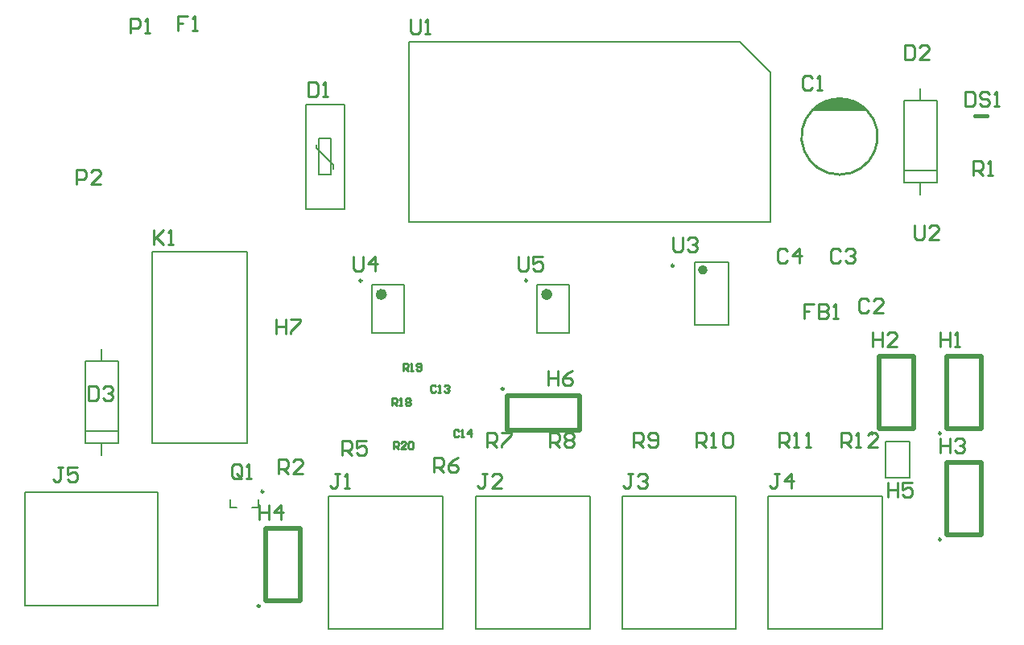
<source format=gto>
G04*
G04 #@! TF.GenerationSoftware,Altium Limited,Altium Designer,20.0.13 (296)*
G04*
G04 Layer_Color=65535*
%FSLAX25Y25*%
%MOIN*%
G70*
G01*
G75*
%ADD10C,0.01000*%
%ADD11C,0.01968*%
%ADD12C,0.00984*%
%ADD13C,0.02362*%
%ADD14C,0.00787*%
%ADD15C,0.00500*%
%ADD16C,0.01575*%
G36*
X317134Y209136D02*
X339365Y209136D01*
X336500Y212000D01*
X335000D01*
X333082Y213279D01*
X324654Y213736D01*
X317134Y209136D01*
D02*
G37*
D10*
X189500Y93500D02*
G03*
X189500Y93500I-500J0D01*
G01*
X88500Y3500D02*
G03*
X88500Y3500I-500J0D01*
G01*
X370500Y31000D02*
G03*
X370500Y31000I-500J0D01*
G01*
X342500Y75000D02*
G03*
X342500Y75000I-500J0D01*
G01*
X370500D02*
G03*
X370500Y75000I-500J0D01*
G01*
X339635Y209136D02*
G03*
X317365Y209136I-11135J-11135D01*
G01*
D02*
G03*
X339635Y209136I11135J-11135D01*
G01*
X317365D02*
X339635D01*
X44550Y159448D02*
Y153450D01*
Y155449D01*
X48549Y159448D01*
X45550Y156449D01*
X48549Y153450D01*
X50548D02*
X52547D01*
X51548D01*
Y159448D01*
X50548Y158448D01*
X17502Y94499D02*
Y88501D01*
X20501D01*
X21500Y89501D01*
Y93499D01*
X20501Y94499D01*
X17502D01*
X23500Y93499D02*
X24499Y94499D01*
X26499D01*
X27498Y93499D01*
Y92500D01*
X26499Y91500D01*
X25499D01*
X26499D01*
X27498Y90500D01*
Y89501D01*
X26499Y88501D01*
X24499D01*
X23500Y89501D01*
X95150Y122448D02*
Y116450D01*
Y119449D01*
X99149D01*
Y122448D01*
Y116450D01*
X101148Y122448D02*
X105147D01*
Y121448D01*
X101148Y117450D01*
Y116450D01*
X208002Y100999D02*
Y95001D01*
Y98000D01*
X212000D01*
Y100999D01*
Y95001D01*
X217998Y100999D02*
X215999Y99999D01*
X214000Y98000D01*
Y96001D01*
X214999Y95001D01*
X216999D01*
X217998Y96001D01*
Y97000D01*
X216999Y98000D01*
X214000D01*
X348502Y54499D02*
Y48501D01*
Y51500D01*
X352500D01*
Y54499D01*
Y48501D01*
X358498Y54499D02*
X354500D01*
Y51500D01*
X356499Y52500D01*
X357499D01*
X358498Y51500D01*
Y49501D01*
X357499Y48501D01*
X355499D01*
X354500Y49501D01*
X144001Y68501D02*
Y71500D01*
X145501D01*
X146001Y71000D01*
Y70000D01*
X145501Y69500D01*
X144001D01*
X145001D02*
X146001Y68501D01*
X149000D02*
X147000D01*
X149000Y70500D01*
Y71000D01*
X148500Y71500D01*
X147500D01*
X147000Y71000D01*
X149999D02*
X150499Y71500D01*
X151499D01*
X151999Y71000D01*
Y69000D01*
X151499Y68501D01*
X150499D01*
X149999Y69000D01*
Y71000D01*
X147751Y101000D02*
Y103999D01*
X149251D01*
X149751Y103500D01*
Y102500D01*
X149251Y102000D01*
X147751D01*
X148751D02*
X149751Y101000D01*
X150750D02*
X151750D01*
X151250D01*
Y103999D01*
X150750Y103500D01*
X153249Y101500D02*
X153749Y101000D01*
X154749D01*
X155249Y101500D01*
Y103500D01*
X154749Y103999D01*
X153749D01*
X153249Y103500D01*
Y103000D01*
X153749Y102500D01*
X155249D01*
X143251Y86501D02*
Y89499D01*
X144751D01*
X145251Y89000D01*
Y88000D01*
X144751Y87500D01*
X143251D01*
X144251D02*
X145251Y86501D01*
X146250D02*
X147250D01*
X146750D01*
Y89499D01*
X146250Y89000D01*
X148749D02*
X149249Y89499D01*
X150249D01*
X150749Y89000D01*
Y88500D01*
X150249Y88000D01*
X150749Y87500D01*
Y87000D01*
X150249Y86501D01*
X149249D01*
X148749Y87000D01*
Y87500D01*
X149249Y88000D01*
X148749Y88500D01*
Y89000D01*
X149249Y88000D02*
X150249D01*
X88050Y45448D02*
Y39450D01*
Y42449D01*
X92049D01*
Y45448D01*
Y39450D01*
X97047D02*
Y45448D01*
X94048Y42449D01*
X98047D01*
X170751Y76000D02*
X170251Y76499D01*
X169251D01*
X168751Y76000D01*
Y74000D01*
X169251Y73501D01*
X170251D01*
X170751Y74000D01*
X171750Y73501D02*
X172750D01*
X172250D01*
Y76499D01*
X171750Y76000D01*
X175749Y73501D02*
Y76499D01*
X174249Y75000D01*
X176249D01*
X161251Y94500D02*
X160751Y94999D01*
X159751D01*
X159251Y94500D01*
Y92500D01*
X159751Y92001D01*
X160751D01*
X161251Y92500D01*
X162250Y92001D02*
X163250D01*
X162750D01*
Y94999D01*
X162250Y94500D01*
X164749D02*
X165249Y94999D01*
X166249D01*
X166749Y94500D01*
Y94000D01*
X166249Y93500D01*
X165749D01*
X166249D01*
X166749Y93000D01*
Y92500D01*
X166249Y92001D01*
X165249D01*
X164749Y92500D01*
X195500Y148298D02*
Y143300D01*
X196500Y142300D01*
X198499D01*
X199499Y143300D01*
Y148298D01*
X205497D02*
X201498D01*
Y145299D01*
X203497Y146299D01*
X204497D01*
X205497Y145299D01*
Y143300D01*
X204497Y142300D01*
X202498D01*
X201498Y143300D01*
X127050Y148248D02*
Y143250D01*
X128050Y142250D01*
X130049D01*
X131049Y143250D01*
Y148248D01*
X136047Y142250D02*
Y148248D01*
X133048Y145249D01*
X137047D01*
X329200Y69200D02*
Y75198D01*
X332199D01*
X333199Y74198D01*
Y72199D01*
X332199Y71199D01*
X329200D01*
X331199D02*
X333199Y69200D01*
X335198D02*
X337197D01*
X336198D01*
Y75198D01*
X335198Y74198D01*
X344195Y69200D02*
X340196D01*
X344195Y73199D01*
Y74198D01*
X343196Y75198D01*
X341196D01*
X340196Y74198D01*
X303700Y69200D02*
Y75198D01*
X306699D01*
X307699Y74198D01*
Y72199D01*
X306699Y71199D01*
X303700D01*
X305699D02*
X307699Y69200D01*
X309698D02*
X311697D01*
X310698D01*
Y75198D01*
X309698Y74198D01*
X314696Y69200D02*
X316696D01*
X315696D01*
Y75198D01*
X314696Y74198D01*
X269200Y69200D02*
Y75198D01*
X272199D01*
X273199Y74198D01*
Y72199D01*
X272199Y71199D01*
X269200D01*
X271199D02*
X273199Y69200D01*
X275198D02*
X277197D01*
X276198D01*
Y75198D01*
X275198Y74198D01*
X280196D02*
X281196Y75198D01*
X283195D01*
X284195Y74198D01*
Y70200D01*
X283195Y69200D01*
X281196D01*
X280196Y70200D01*
Y74198D01*
X243200Y69200D02*
Y75198D01*
X246199D01*
X247199Y74198D01*
Y72199D01*
X246199Y71199D01*
X243200D01*
X245199D02*
X247199Y69200D01*
X249198Y70200D02*
X250198Y69200D01*
X252197D01*
X253197Y70200D01*
Y74198D01*
X252197Y75198D01*
X250198D01*
X249198Y74198D01*
Y73199D01*
X250198Y72199D01*
X253197D01*
X208700Y69200D02*
Y75198D01*
X211699D01*
X212699Y74198D01*
Y72199D01*
X211699Y71199D01*
X208700D01*
X210699D02*
X212699Y69200D01*
X214698Y74198D02*
X215698Y75198D01*
X217697D01*
X218697Y74198D01*
Y73199D01*
X217697Y72199D01*
X218697Y71199D01*
Y70200D01*
X217697Y69200D01*
X215698D01*
X214698Y70200D01*
Y71199D01*
X215698Y72199D01*
X214698Y73199D01*
Y74198D01*
X215698Y72199D02*
X217697D01*
X182700Y69200D02*
Y75198D01*
X185699D01*
X186699Y74198D01*
Y72199D01*
X185699Y71199D01*
X182700D01*
X184699D02*
X186699Y69200D01*
X188698Y75198D02*
X192697D01*
Y74198D01*
X188698Y70200D01*
Y69200D01*
X160502Y59001D02*
Y64999D01*
X163501D01*
X164500Y63999D01*
Y62000D01*
X163501Y61000D01*
X160502D01*
X162501D02*
X164500Y59001D01*
X170498Y64999D02*
X168499Y63999D01*
X166500Y62000D01*
Y60001D01*
X167499Y59001D01*
X169499D01*
X170498Y60001D01*
Y61000D01*
X169499Y62000D01*
X166500D01*
X122502Y66001D02*
Y71999D01*
X125501D01*
X126500Y70999D01*
Y69000D01*
X125501Y68000D01*
X122502D01*
X124501D02*
X126500Y66001D01*
X132498Y71999D02*
X128500D01*
Y69000D01*
X130499Y70000D01*
X131499D01*
X132498Y69000D01*
Y67001D01*
X131499Y66001D01*
X129499D01*
X128500Y67001D01*
X7000Y60999D02*
X5001D01*
X6001D01*
Y56001D01*
X5001Y55001D01*
X4001D01*
X3002Y56001D01*
X12998Y60999D02*
X9000D01*
Y58000D01*
X10999Y59000D01*
X11999D01*
X12998Y58000D01*
Y56001D01*
X11999Y55001D01*
X9999D01*
X9000Y56001D01*
X303499Y58298D02*
X301499D01*
X302499D01*
Y53300D01*
X301499Y52300D01*
X300500D01*
X299500Y53300D01*
X308497Y52300D02*
Y58298D01*
X305498Y55299D01*
X309497D01*
X242999Y58298D02*
X240999D01*
X241999D01*
Y53300D01*
X240999Y52300D01*
X240000D01*
X239000Y53300D01*
X244998Y57298D02*
X245998Y58298D01*
X247997D01*
X248997Y57298D01*
Y56299D01*
X247997Y55299D01*
X246997D01*
X247997D01*
X248997Y54299D01*
Y53300D01*
X247997Y52300D01*
X245998D01*
X244998Y53300D01*
X182499Y58298D02*
X180499D01*
X181499D01*
Y53300D01*
X180499Y52300D01*
X179500D01*
X178500Y53300D01*
X188497Y52300D02*
X184498D01*
X188497Y56299D01*
Y57298D01*
X187497Y58298D01*
X185498D01*
X184498Y57298D01*
X121499Y58298D02*
X119499D01*
X120499D01*
Y53300D01*
X119499Y52300D01*
X118500D01*
X117500Y53300D01*
X123498Y52300D02*
X125497D01*
X124498D01*
Y58298D01*
X123498Y57298D01*
X370050Y72948D02*
Y66950D01*
Y69949D01*
X374049D01*
Y72948D01*
Y66950D01*
X376048Y71948D02*
X377048Y72948D01*
X379047D01*
X380047Y71948D01*
Y70949D01*
X379047Y69949D01*
X378047D01*
X379047D01*
X380047Y68949D01*
Y67950D01*
X379047Y66950D01*
X377048D01*
X376048Y67950D01*
X342050Y116948D02*
Y110950D01*
Y113949D01*
X346049D01*
Y116948D01*
Y110950D01*
X352047D02*
X348048D01*
X352047Y114949D01*
Y115948D01*
X351047Y116948D01*
X349048D01*
X348048Y115948D01*
X370050Y116948D02*
Y110950D01*
Y113949D01*
X374049D01*
Y116948D01*
Y110950D01*
X376048D02*
X378047D01*
X377048D01*
Y116948D01*
X376048Y115948D01*
X259400Y156398D02*
Y151400D01*
X260400Y150400D01*
X262399D01*
X263399Y151400D01*
Y156398D01*
X265398Y155398D02*
X266398Y156398D01*
X268397D01*
X269397Y155398D01*
Y154399D01*
X268397Y153399D01*
X267397D01*
X268397D01*
X269397Y152399D01*
Y151400D01*
X268397Y150400D01*
X266398D01*
X265398Y151400D01*
X150900Y246698D02*
Y241700D01*
X151900Y240700D01*
X153899D01*
X154899Y241700D01*
Y246698D01*
X156898Y240700D02*
X158897D01*
X157898D01*
Y246698D01*
X156898Y245698D01*
X317299Y222198D02*
X316299Y223198D01*
X314300D01*
X313300Y222198D01*
Y218200D01*
X314300Y217200D01*
X316299D01*
X317299Y218200D01*
X319298Y217200D02*
X321297D01*
X320298D01*
Y223198D01*
X319298Y222198D01*
X359655Y161301D02*
Y156303D01*
X360655Y155303D01*
X362654D01*
X363654Y156303D01*
Y161301D01*
X369652Y155303D02*
X365653D01*
X369652Y159302D01*
Y160301D01*
X368652Y161301D01*
X366653D01*
X365653Y160301D01*
X96200Y58200D02*
Y64198D01*
X99199D01*
X100199Y63198D01*
Y61199D01*
X99199Y60199D01*
X96200D01*
X98199D02*
X100199Y58200D01*
X106197D02*
X102198D01*
X106197Y62199D01*
Y63198D01*
X105197Y64198D01*
X103198D01*
X102198Y63198D01*
X383800Y181800D02*
Y187798D01*
X386799D01*
X387799Y186798D01*
Y184799D01*
X386799Y183799D01*
X383800D01*
X385799D02*
X387799Y181800D01*
X389798D02*
X391797D01*
X390798D01*
Y187798D01*
X389798Y186798D01*
X80799Y57137D02*
Y61135D01*
X79799Y62135D01*
X77800D01*
X76800Y61135D01*
Y57137D01*
X77800Y56137D01*
X79799D01*
X78799Y58136D02*
X80799Y56137D01*
X79799D02*
X80799Y57137D01*
X82798Y56137D02*
X84797D01*
X83798D01*
Y62135D01*
X82798Y61135D01*
X12650Y178450D02*
Y184448D01*
X15649D01*
X16649Y183448D01*
Y181449D01*
X15649Y180449D01*
X12650D01*
X22647Y178450D02*
X18648D01*
X22647Y182449D01*
Y183448D01*
X21647Y184448D01*
X19648D01*
X18648Y183448D01*
X35001Y241001D02*
Y246999D01*
X38000D01*
X39000Y245999D01*
Y244000D01*
X38000Y243000D01*
X35001D01*
X40999Y241001D02*
X42999D01*
X41999D01*
Y246999D01*
X40999Y245999D01*
X318001Y128499D02*
X314002D01*
Y125500D01*
X316002D01*
X314002D01*
Y122501D01*
X320000Y128499D02*
Y122501D01*
X322999D01*
X323999Y123501D01*
Y124500D01*
X322999Y125500D01*
X320000D01*
X322999D01*
X323999Y126500D01*
Y127499D01*
X322999Y128499D01*
X320000D01*
X325998Y122501D02*
X327998D01*
X326998D01*
Y128499D01*
X325998Y127499D01*
X58382Y247798D02*
X54383D01*
Y244799D01*
X56383D01*
X54383D01*
Y241800D01*
X60382D02*
X62381D01*
X61381D01*
Y247798D01*
X60382Y246798D01*
X380502Y216499D02*
Y210501D01*
X383501D01*
X384501Y211501D01*
Y215499D01*
X383501Y216499D01*
X380502D01*
X390499Y215499D02*
X389499Y216499D01*
X387500D01*
X386500Y215499D01*
Y214500D01*
X387500Y213500D01*
X389499D01*
X390499Y212500D01*
Y211501D01*
X389499Y210501D01*
X387500D01*
X386500Y211501D01*
X392498Y210501D02*
X394498D01*
X393498D01*
Y216499D01*
X392498Y215499D01*
X355700Y236098D02*
Y230100D01*
X358699D01*
X359699Y231100D01*
Y235098D01*
X358699Y236098D01*
X355700D01*
X365697Y230100D02*
X361698D01*
X365697Y234099D01*
Y235098D01*
X364697Y236098D01*
X362698D01*
X361698Y235098D01*
X108400Y220598D02*
Y214600D01*
X111399D01*
X112399Y215600D01*
Y219598D01*
X111399Y220598D01*
X108400D01*
X114398Y214600D02*
X116397D01*
X115398D01*
Y220598D01*
X114398Y219598D01*
X307000Y150499D02*
X306001Y151499D01*
X304001D01*
X303002Y150499D01*
Y146501D01*
X304001Y145501D01*
X306001D01*
X307000Y146501D01*
X311999Y145501D02*
Y151499D01*
X309000Y148500D01*
X312998D01*
X329000Y150499D02*
X328001Y151499D01*
X326001D01*
X325002Y150499D01*
Y146501D01*
X326001Y145501D01*
X328001D01*
X329000Y146501D01*
X331000Y150499D02*
X331999Y151499D01*
X333999D01*
X334998Y150499D01*
Y149500D01*
X333999Y148500D01*
X332999D01*
X333999D01*
X334998Y147500D01*
Y146501D01*
X333999Y145501D01*
X331999D01*
X331000Y146501D01*
X340500Y129999D02*
X339501Y130999D01*
X337501D01*
X336502Y129999D01*
Y126001D01*
X337501Y125001D01*
X339501D01*
X340500Y126001D01*
X346498Y125001D02*
X342500D01*
X346498Y129000D01*
Y129999D01*
X345499Y130999D01*
X343499D01*
X342500Y129999D01*
D11*
X272843Y142744D02*
G03*
X272843Y142744I-984J0D01*
G01*
X191000Y90587D02*
X221000D01*
Y76413D02*
Y90587D01*
X191000Y76413D02*
X221000D01*
X191000D02*
Y90587D01*
X90913Y5500D02*
Y35500D01*
X105087D01*
Y5500D02*
Y35500D01*
X90913Y5500D02*
X105087D01*
X372913Y33000D02*
Y63000D01*
X387087D01*
Y33000D02*
Y63000D01*
X372913Y33000D02*
X387087D01*
X344913Y77000D02*
Y107000D01*
X359087D01*
Y77000D02*
Y107000D01*
X344913Y77000D02*
X359087D01*
X372913D02*
Y107000D01*
X387087D01*
Y77000D02*
Y107000D01*
X372913Y77000D02*
X387087D01*
D12*
X259850Y144516D02*
G03*
X259850Y144516I-492J0D01*
G01*
X199173Y138311D02*
G03*
X199173Y138311I-492J0D01*
G01*
X130673D02*
G03*
X130673Y138311I-492J0D01*
G01*
X89973Y50874D02*
G03*
X89973Y50874I-492J0D01*
G01*
D13*
X208425Y132602D02*
G03*
X208425Y132602I-1181J0D01*
G01*
X139925D02*
G03*
X139925Y132602I-1181J0D01*
G01*
D14*
X16130Y76004D02*
X29870D01*
X16130Y104998D02*
X29870D01*
Y71002D02*
Y104998D01*
X16130Y71002D02*
X29870D01*
X16130D02*
Y104998D01*
X23000D02*
Y109998D01*
Y66002D02*
Y71002D01*
X268610Y120008D02*
Y145992D01*
Y120008D02*
X282390D01*
Y145992D01*
X268610D02*
X282390D01*
X203307Y116461D02*
Y136539D01*
X216693Y116461D02*
Y136539D01*
X203307D02*
X216693D01*
X203307Y116461D02*
X216693D01*
X134807D02*
Y136539D01*
X148193Y116461D02*
Y136539D01*
X134807D02*
X148193D01*
X134807Y116461D02*
X148193D01*
X355130Y184004D02*
X368870D01*
X355130Y212998D02*
X368870D01*
Y179002D02*
Y212998D01*
X355130Y179002D02*
X368870D01*
X355130D02*
Y212998D01*
X362000D02*
Y217998D01*
Y174002D02*
Y179002D01*
X87748Y44378D02*
Y47587D01*
X85150Y44378D02*
X87748D01*
X76252D02*
Y47587D01*
Y44378D02*
X78850D01*
D15*
X83185Y70815D02*
Y150185D01*
X43815D02*
X83185D01*
X43815Y70815D02*
X83185D01*
X43815D02*
Y150185D01*
X357500Y56500D02*
Y71500D01*
X347500Y56500D02*
X357500D01*
X347500D02*
Y71500D01*
X357500D01*
X-8776Y3535D02*
X46343D01*
X-8776Y50779D02*
X46343D01*
Y3535D02*
Y50779D01*
X-8776Y3535D02*
Y50779D01*
X298878Y-6091D02*
X346122D01*
X298878Y49028D02*
X346122D01*
X298878Y-6091D02*
Y49028D01*
X346122Y-6091D02*
Y49028D01*
X238378Y-6091D02*
X285622D01*
X238378Y49028D02*
X285622D01*
X238378Y-6091D02*
Y49028D01*
X285622Y-6091D02*
Y49028D01*
X177878Y-6091D02*
X225122D01*
X177878Y49028D02*
X225122D01*
X177878Y-6091D02*
Y49028D01*
X225122Y-6091D02*
Y49028D01*
X116878Y-6091D02*
X164122D01*
X116878Y49028D02*
X164122D01*
X116878Y-6091D02*
Y49028D01*
X164122Y-6091D02*
Y49028D01*
X299803Y162598D02*
Y224697D01*
X287098Y237402D02*
X299803Y224697D01*
X150197Y237402D02*
X287098D01*
X150197Y162598D02*
X299803D01*
X150197D02*
Y237402D01*
X112000Y193236D02*
Y194736D01*
Y193236D02*
X119000Y186236D01*
Y184736D02*
Y186236D01*
X113000Y182236D02*
Y197236D01*
X118000Y182236D02*
Y197236D01*
X113000Y182236D02*
X118000D01*
X113000Y197236D02*
X118000D01*
X107626Y211390D02*
X123374D01*
X107626Y168083D02*
Y211390D01*
Y168083D02*
X123374D01*
Y211390D01*
D16*
X384539Y206465D02*
X389461D01*
M02*

</source>
